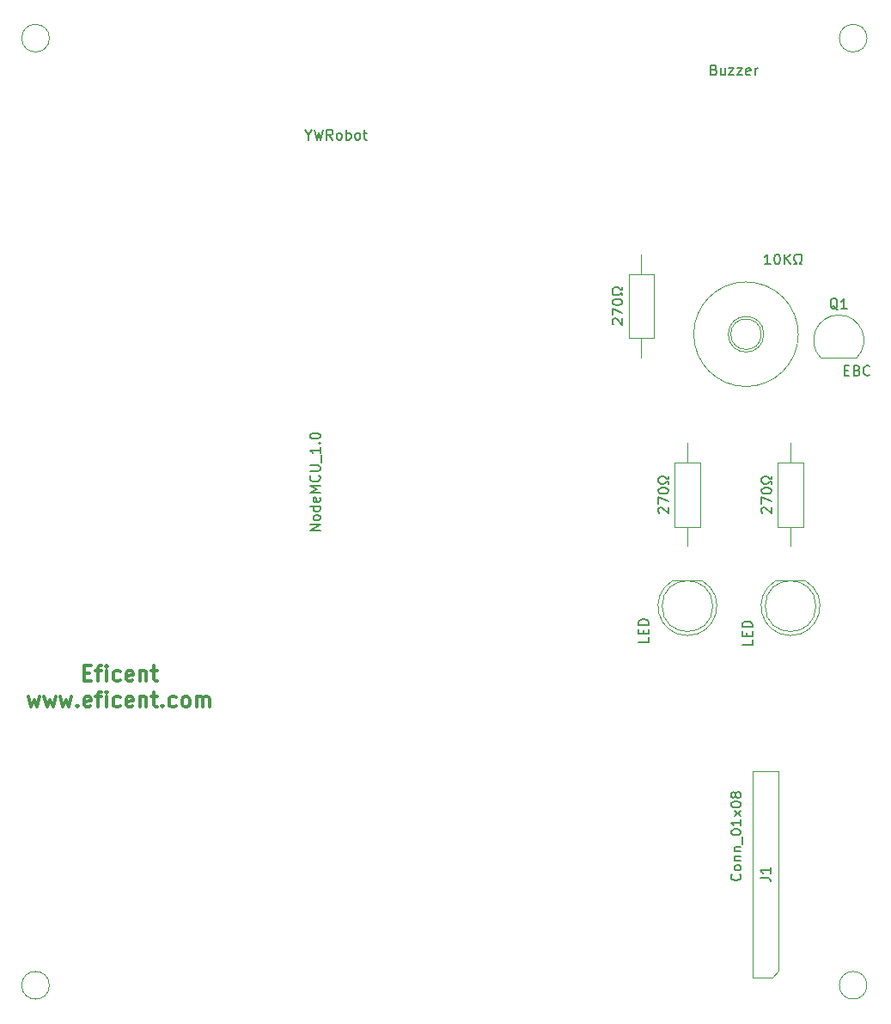
<source format=gbr>
G04 #@! TF.FileFunction,Other,Fab,Top*
%FSLAX46Y46*%
G04 Gerber Fmt 4.6, Leading zero omitted, Abs format (unit mm)*
G04 Created by KiCad (PCBNEW 4.0.7-e2-6376~58~ubuntu16.04.1) date Fri Mar  9 08:47:09 2018*
%MOMM*%
%LPD*%
G01*
G04 APERTURE LIST*
%ADD10C,0.100000*%
%ADD11C,0.300000*%
%ADD12C,0.150000*%
G04 APERTURE END LIST*
D10*
D11*
X119436000Y-123839857D02*
X119936000Y-123839857D01*
X120150286Y-124625571D02*
X119436000Y-124625571D01*
X119436000Y-123125571D01*
X120150286Y-123125571D01*
X120578857Y-123625571D02*
X121150286Y-123625571D01*
X120793143Y-124625571D02*
X120793143Y-123339857D01*
X120864571Y-123197000D01*
X121007429Y-123125571D01*
X121150286Y-123125571D01*
X121650286Y-124625571D02*
X121650286Y-123625571D01*
X121650286Y-123125571D02*
X121578857Y-123197000D01*
X121650286Y-123268429D01*
X121721714Y-123197000D01*
X121650286Y-123125571D01*
X121650286Y-123268429D01*
X123007429Y-124554143D02*
X122864572Y-124625571D01*
X122578858Y-124625571D01*
X122436000Y-124554143D01*
X122364572Y-124482714D01*
X122293143Y-124339857D01*
X122293143Y-123911286D01*
X122364572Y-123768429D01*
X122436000Y-123697000D01*
X122578858Y-123625571D01*
X122864572Y-123625571D01*
X123007429Y-123697000D01*
X124221714Y-124554143D02*
X124078857Y-124625571D01*
X123793143Y-124625571D01*
X123650286Y-124554143D01*
X123578857Y-124411286D01*
X123578857Y-123839857D01*
X123650286Y-123697000D01*
X123793143Y-123625571D01*
X124078857Y-123625571D01*
X124221714Y-123697000D01*
X124293143Y-123839857D01*
X124293143Y-123982714D01*
X123578857Y-124125571D01*
X124936000Y-123625571D02*
X124936000Y-124625571D01*
X124936000Y-123768429D02*
X125007428Y-123697000D01*
X125150286Y-123625571D01*
X125364571Y-123625571D01*
X125507428Y-123697000D01*
X125578857Y-123839857D01*
X125578857Y-124625571D01*
X126078857Y-123625571D02*
X126650286Y-123625571D01*
X126293143Y-123125571D02*
X126293143Y-124411286D01*
X126364571Y-124554143D01*
X126507429Y-124625571D01*
X126650286Y-124625571D01*
X113936000Y-126175571D02*
X114221714Y-127175571D01*
X114507428Y-126461286D01*
X114793143Y-127175571D01*
X115078857Y-126175571D01*
X115507429Y-126175571D02*
X115793143Y-127175571D01*
X116078857Y-126461286D01*
X116364572Y-127175571D01*
X116650286Y-126175571D01*
X117078858Y-126175571D02*
X117364572Y-127175571D01*
X117650286Y-126461286D01*
X117936001Y-127175571D01*
X118221715Y-126175571D01*
X118793144Y-127032714D02*
X118864572Y-127104143D01*
X118793144Y-127175571D01*
X118721715Y-127104143D01*
X118793144Y-127032714D01*
X118793144Y-127175571D01*
X120078858Y-127104143D02*
X119936001Y-127175571D01*
X119650287Y-127175571D01*
X119507430Y-127104143D01*
X119436001Y-126961286D01*
X119436001Y-126389857D01*
X119507430Y-126247000D01*
X119650287Y-126175571D01*
X119936001Y-126175571D01*
X120078858Y-126247000D01*
X120150287Y-126389857D01*
X120150287Y-126532714D01*
X119436001Y-126675571D01*
X120578858Y-126175571D02*
X121150287Y-126175571D01*
X120793144Y-127175571D02*
X120793144Y-125889857D01*
X120864572Y-125747000D01*
X121007430Y-125675571D01*
X121150287Y-125675571D01*
X121650287Y-127175571D02*
X121650287Y-126175571D01*
X121650287Y-125675571D02*
X121578858Y-125747000D01*
X121650287Y-125818429D01*
X121721715Y-125747000D01*
X121650287Y-125675571D01*
X121650287Y-125818429D01*
X123007430Y-127104143D02*
X122864573Y-127175571D01*
X122578859Y-127175571D01*
X122436001Y-127104143D01*
X122364573Y-127032714D01*
X122293144Y-126889857D01*
X122293144Y-126461286D01*
X122364573Y-126318429D01*
X122436001Y-126247000D01*
X122578859Y-126175571D01*
X122864573Y-126175571D01*
X123007430Y-126247000D01*
X124221715Y-127104143D02*
X124078858Y-127175571D01*
X123793144Y-127175571D01*
X123650287Y-127104143D01*
X123578858Y-126961286D01*
X123578858Y-126389857D01*
X123650287Y-126247000D01*
X123793144Y-126175571D01*
X124078858Y-126175571D01*
X124221715Y-126247000D01*
X124293144Y-126389857D01*
X124293144Y-126532714D01*
X123578858Y-126675571D01*
X124936001Y-126175571D02*
X124936001Y-127175571D01*
X124936001Y-126318429D02*
X125007429Y-126247000D01*
X125150287Y-126175571D01*
X125364572Y-126175571D01*
X125507429Y-126247000D01*
X125578858Y-126389857D01*
X125578858Y-127175571D01*
X126078858Y-126175571D02*
X126650287Y-126175571D01*
X126293144Y-125675571D02*
X126293144Y-126961286D01*
X126364572Y-127104143D01*
X126507430Y-127175571D01*
X126650287Y-127175571D01*
X127150287Y-127032714D02*
X127221715Y-127104143D01*
X127150287Y-127175571D01*
X127078858Y-127104143D01*
X127150287Y-127032714D01*
X127150287Y-127175571D01*
X128507430Y-127104143D02*
X128364573Y-127175571D01*
X128078859Y-127175571D01*
X127936001Y-127104143D01*
X127864573Y-127032714D01*
X127793144Y-126889857D01*
X127793144Y-126461286D01*
X127864573Y-126318429D01*
X127936001Y-126247000D01*
X128078859Y-126175571D01*
X128364573Y-126175571D01*
X128507430Y-126247000D01*
X129364573Y-127175571D02*
X129221715Y-127104143D01*
X129150287Y-127032714D01*
X129078858Y-126889857D01*
X129078858Y-126461286D01*
X129150287Y-126318429D01*
X129221715Y-126247000D01*
X129364573Y-126175571D01*
X129578858Y-126175571D01*
X129721715Y-126247000D01*
X129793144Y-126318429D01*
X129864573Y-126461286D01*
X129864573Y-126889857D01*
X129793144Y-127032714D01*
X129721715Y-127104143D01*
X129578858Y-127175571D01*
X129364573Y-127175571D01*
X130507430Y-127175571D02*
X130507430Y-126175571D01*
X130507430Y-126318429D02*
X130578858Y-126247000D01*
X130721716Y-126175571D01*
X130936001Y-126175571D01*
X131078858Y-126247000D01*
X131150287Y-126389857D01*
X131150287Y-127175571D01*
X131150287Y-126389857D02*
X131221716Y-126247000D01*
X131364573Y-126175571D01*
X131578858Y-126175571D01*
X131721716Y-126247000D01*
X131793144Y-126389857D01*
X131793144Y-127175571D01*
D10*
X177422534Y-114746384D02*
G75*
G03X180361894Y-114746400I1469666J-2500016D01*
G01*
X181392200Y-117246400D02*
G75*
G03X181392200Y-117246400I-2500000J0D01*
G01*
X180361894Y-114746400D02*
X177422506Y-114746400D01*
X187582534Y-114746384D02*
G75*
G03X190521894Y-114746400I1469666J-2500016D01*
G01*
X191552200Y-117246400D02*
G75*
G03X191552200Y-117246400I-2500000J0D01*
G01*
X190521894Y-114746400D02*
X187582506Y-114746400D01*
X180116800Y-103123600D02*
X177616800Y-103123600D01*
X177616800Y-103123600D02*
X177616800Y-109423600D01*
X177616800Y-109423600D02*
X180116800Y-109423600D01*
X180116800Y-109423600D02*
X180116800Y-103123600D01*
X178866800Y-101193600D02*
X178866800Y-103123600D01*
X178866800Y-111353600D02*
X178866800Y-109423600D01*
X190276800Y-103123600D02*
X187776800Y-103123600D01*
X187776800Y-103123600D02*
X187776800Y-109423600D01*
X187776800Y-109423600D02*
X190276800Y-109423600D01*
X190276800Y-109423600D02*
X190276800Y-103123600D01*
X189026800Y-101193600D02*
X189026800Y-103123600D01*
X189026800Y-111353600D02*
X189026800Y-109423600D01*
X189816400Y-90471000D02*
G75*
G03X189816400Y-90471000I-5150000J0D01*
G01*
X186416400Y-90471000D02*
G75*
G03X186416400Y-90471000I-1750000J0D01*
G01*
X186166400Y-90471000D02*
G75*
G03X186166400Y-90471000I-1500000J0D01*
G01*
X116015747Y-61315600D02*
G75*
G03X116015747Y-61315600I-1360147J0D01*
G01*
X116015747Y-154584400D02*
G75*
G03X116015747Y-154584400I-1360147J0D01*
G01*
X196584547Y-154584400D02*
G75*
G03X196584547Y-154584400I-1360147J0D01*
G01*
X196584547Y-61315600D02*
G75*
G03X196584547Y-61315600I-1360147J0D01*
G01*
X175595600Y-84530800D02*
X173095600Y-84530800D01*
X173095600Y-84530800D02*
X173095600Y-90830800D01*
X173095600Y-90830800D02*
X175595600Y-90830800D01*
X175595600Y-90830800D02*
X175595600Y-84530800D01*
X174345600Y-82600800D02*
X174345600Y-84530800D01*
X174345600Y-92760800D02*
X174345600Y-90830800D01*
X192032000Y-92809000D02*
X195532000Y-92809000D01*
X195555625Y-92812625D02*
G75*
G03X193802000Y-88579000I-1753625J1753625D01*
G01*
X192048375Y-92812625D02*
G75*
G02X193802000Y-88579000I1753625J1753625D01*
G01*
X187248800Y-153822400D02*
X185343800Y-153822400D01*
X185343800Y-153822400D02*
X185343800Y-133502400D01*
X185343800Y-133502400D02*
X187883800Y-133502400D01*
X187883800Y-133502400D02*
X187883800Y-153187400D01*
X187883800Y-153187400D02*
X187248800Y-153822400D01*
D12*
X181497429Y-64429571D02*
X181640286Y-64477190D01*
X181687905Y-64524810D01*
X181735524Y-64620048D01*
X181735524Y-64762905D01*
X181687905Y-64858143D01*
X181640286Y-64905762D01*
X181545048Y-64953381D01*
X181164095Y-64953381D01*
X181164095Y-63953381D01*
X181497429Y-63953381D01*
X181592667Y-64001000D01*
X181640286Y-64048619D01*
X181687905Y-64143857D01*
X181687905Y-64239095D01*
X181640286Y-64334333D01*
X181592667Y-64381952D01*
X181497429Y-64429571D01*
X181164095Y-64429571D01*
X182592667Y-64286714D02*
X182592667Y-64953381D01*
X182164095Y-64286714D02*
X182164095Y-64810524D01*
X182211714Y-64905762D01*
X182306952Y-64953381D01*
X182449810Y-64953381D01*
X182545048Y-64905762D01*
X182592667Y-64858143D01*
X182973619Y-64286714D02*
X183497429Y-64286714D01*
X182973619Y-64953381D01*
X183497429Y-64953381D01*
X183783143Y-64286714D02*
X184306953Y-64286714D01*
X183783143Y-64953381D01*
X184306953Y-64953381D01*
X185068858Y-64905762D02*
X184973620Y-64953381D01*
X184783143Y-64953381D01*
X184687905Y-64905762D01*
X184640286Y-64810524D01*
X184640286Y-64429571D01*
X184687905Y-64334333D01*
X184783143Y-64286714D01*
X184973620Y-64286714D01*
X185068858Y-64334333D01*
X185116477Y-64429571D01*
X185116477Y-64524810D01*
X184640286Y-64620048D01*
X185545048Y-64953381D02*
X185545048Y-64286714D01*
X185545048Y-64477190D02*
X185592667Y-64381952D01*
X185640286Y-64334333D01*
X185735524Y-64286714D01*
X185830763Y-64286714D01*
X175077381Y-120327657D02*
X175077381Y-120803848D01*
X174077381Y-120803848D01*
X174553571Y-119994324D02*
X174553571Y-119660990D01*
X175077381Y-119518133D02*
X175077381Y-119994324D01*
X174077381Y-119994324D01*
X174077381Y-119518133D01*
X175077381Y-119089562D02*
X174077381Y-119089562D01*
X174077381Y-118851467D01*
X174125000Y-118708609D01*
X174220238Y-118613371D01*
X174315476Y-118565752D01*
X174505952Y-118518133D01*
X174648810Y-118518133D01*
X174839286Y-118565752D01*
X174934524Y-118613371D01*
X175029762Y-118708609D01*
X175077381Y-118851467D01*
X175077381Y-119089562D01*
X185288181Y-120556257D02*
X185288181Y-121032448D01*
X184288181Y-121032448D01*
X184764371Y-120222924D02*
X184764371Y-119889590D01*
X185288181Y-119746733D02*
X185288181Y-120222924D01*
X184288181Y-120222924D01*
X184288181Y-119746733D01*
X185288181Y-119318162D02*
X184288181Y-119318162D01*
X184288181Y-119080067D01*
X184335800Y-118937209D01*
X184431038Y-118841971D01*
X184526276Y-118794352D01*
X184716752Y-118746733D01*
X184859610Y-118746733D01*
X185050086Y-118794352D01*
X185145324Y-118841971D01*
X185240562Y-118937209D01*
X185288181Y-119080067D01*
X185288181Y-119318162D01*
X176104419Y-108083124D02*
X176056800Y-108035505D01*
X176009181Y-107940267D01*
X176009181Y-107702171D01*
X176056800Y-107606933D01*
X176104419Y-107559314D01*
X176199657Y-107511695D01*
X176294895Y-107511695D01*
X176437752Y-107559314D01*
X177009181Y-108130743D01*
X177009181Y-107511695D01*
X176009181Y-107178362D02*
X176009181Y-106511695D01*
X177009181Y-106940267D01*
X176009181Y-105940267D02*
X176009181Y-105845028D01*
X176056800Y-105749790D01*
X176104419Y-105702171D01*
X176199657Y-105654552D01*
X176390133Y-105606933D01*
X176628229Y-105606933D01*
X176818705Y-105654552D01*
X176913943Y-105702171D01*
X176961562Y-105749790D01*
X177009181Y-105845028D01*
X177009181Y-105940267D01*
X176961562Y-106035505D01*
X176913943Y-106083124D01*
X176818705Y-106130743D01*
X176628229Y-106178362D01*
X176390133Y-106178362D01*
X176199657Y-106130743D01*
X176104419Y-106083124D01*
X176056800Y-106035505D01*
X176009181Y-105940267D01*
X177009181Y-105225981D02*
X177009181Y-104987886D01*
X176818705Y-104987886D01*
X176771086Y-105083124D01*
X176675848Y-105178362D01*
X176532990Y-105225981D01*
X176294895Y-105225981D01*
X176152038Y-105178362D01*
X176056800Y-105083124D01*
X176009181Y-104940267D01*
X176009181Y-104749790D01*
X176056800Y-104606933D01*
X176152038Y-104511695D01*
X176294895Y-104464076D01*
X176532990Y-104464076D01*
X176675848Y-104511695D01*
X176771086Y-104606933D01*
X176818705Y-104702171D01*
X177009181Y-104702171D01*
X177009181Y-104464076D01*
X186264419Y-108083124D02*
X186216800Y-108035505D01*
X186169181Y-107940267D01*
X186169181Y-107702171D01*
X186216800Y-107606933D01*
X186264419Y-107559314D01*
X186359657Y-107511695D01*
X186454895Y-107511695D01*
X186597752Y-107559314D01*
X187169181Y-108130743D01*
X187169181Y-107511695D01*
X186169181Y-107178362D02*
X186169181Y-106511695D01*
X187169181Y-106940267D01*
X186169181Y-105940267D02*
X186169181Y-105845028D01*
X186216800Y-105749790D01*
X186264419Y-105702171D01*
X186359657Y-105654552D01*
X186550133Y-105606933D01*
X186788229Y-105606933D01*
X186978705Y-105654552D01*
X187073943Y-105702171D01*
X187121562Y-105749790D01*
X187169181Y-105845028D01*
X187169181Y-105940267D01*
X187121562Y-106035505D01*
X187073943Y-106083124D01*
X186978705Y-106130743D01*
X186788229Y-106178362D01*
X186550133Y-106178362D01*
X186359657Y-106130743D01*
X186264419Y-106083124D01*
X186216800Y-106035505D01*
X186169181Y-105940267D01*
X187169181Y-105225981D02*
X187169181Y-104987886D01*
X186978705Y-104987886D01*
X186931086Y-105083124D01*
X186835848Y-105178362D01*
X186692990Y-105225981D01*
X186454895Y-105225981D01*
X186312038Y-105178362D01*
X186216800Y-105083124D01*
X186169181Y-104940267D01*
X186169181Y-104749790D01*
X186216800Y-104606933D01*
X186312038Y-104511695D01*
X186454895Y-104464076D01*
X186692990Y-104464076D01*
X186835848Y-104511695D01*
X186931086Y-104606933D01*
X186978705Y-104702171D01*
X187169181Y-104702171D01*
X187169181Y-104464076D01*
X142692381Y-109814714D02*
X141692381Y-109814714D01*
X142692381Y-109243285D01*
X141692381Y-109243285D01*
X142692381Y-108624238D02*
X142644762Y-108719476D01*
X142597143Y-108767095D01*
X142501905Y-108814714D01*
X142216190Y-108814714D01*
X142120952Y-108767095D01*
X142073333Y-108719476D01*
X142025714Y-108624238D01*
X142025714Y-108481380D01*
X142073333Y-108386142D01*
X142120952Y-108338523D01*
X142216190Y-108290904D01*
X142501905Y-108290904D01*
X142597143Y-108338523D01*
X142644762Y-108386142D01*
X142692381Y-108481380D01*
X142692381Y-108624238D01*
X142692381Y-107433761D02*
X141692381Y-107433761D01*
X142644762Y-107433761D02*
X142692381Y-107528999D01*
X142692381Y-107719476D01*
X142644762Y-107814714D01*
X142597143Y-107862333D01*
X142501905Y-107909952D01*
X142216190Y-107909952D01*
X142120952Y-107862333D01*
X142073333Y-107814714D01*
X142025714Y-107719476D01*
X142025714Y-107528999D01*
X142073333Y-107433761D01*
X142644762Y-106576618D02*
X142692381Y-106671856D01*
X142692381Y-106862333D01*
X142644762Y-106957571D01*
X142549524Y-107005190D01*
X142168571Y-107005190D01*
X142073333Y-106957571D01*
X142025714Y-106862333D01*
X142025714Y-106671856D01*
X142073333Y-106576618D01*
X142168571Y-106528999D01*
X142263810Y-106528999D01*
X142359048Y-107005190D01*
X142692381Y-106100428D02*
X141692381Y-106100428D01*
X142406667Y-105767094D01*
X141692381Y-105433761D01*
X142692381Y-105433761D01*
X142597143Y-104386142D02*
X142644762Y-104433761D01*
X142692381Y-104576618D01*
X142692381Y-104671856D01*
X142644762Y-104814714D01*
X142549524Y-104909952D01*
X142454286Y-104957571D01*
X142263810Y-105005190D01*
X142120952Y-105005190D01*
X141930476Y-104957571D01*
X141835238Y-104909952D01*
X141740000Y-104814714D01*
X141692381Y-104671856D01*
X141692381Y-104576618D01*
X141740000Y-104433761D01*
X141787619Y-104386142D01*
X141692381Y-103957571D02*
X142501905Y-103957571D01*
X142597143Y-103909952D01*
X142644762Y-103862333D01*
X142692381Y-103767095D01*
X142692381Y-103576618D01*
X142644762Y-103481380D01*
X142597143Y-103433761D01*
X142501905Y-103386142D01*
X141692381Y-103386142D01*
X142787619Y-103148047D02*
X142787619Y-102386142D01*
X142692381Y-101624237D02*
X142692381Y-102195666D01*
X142692381Y-101909952D02*
X141692381Y-101909952D01*
X141835238Y-102005190D01*
X141930476Y-102100428D01*
X141978095Y-102195666D01*
X142597143Y-101195666D02*
X142644762Y-101148047D01*
X142692381Y-101195666D01*
X142644762Y-101243285D01*
X142597143Y-101195666D01*
X142692381Y-101195666D01*
X141692381Y-100529000D02*
X141692381Y-100433761D01*
X141740000Y-100338523D01*
X141787619Y-100290904D01*
X141882857Y-100243285D01*
X142073333Y-100195666D01*
X142311429Y-100195666D01*
X142501905Y-100243285D01*
X142597143Y-100290904D01*
X142644762Y-100338523D01*
X142692381Y-100433761D01*
X142692381Y-100529000D01*
X142644762Y-100624238D01*
X142597143Y-100671857D01*
X142501905Y-100719476D01*
X142311429Y-100767095D01*
X142073333Y-100767095D01*
X141882857Y-100719476D01*
X141787619Y-100671857D01*
X141740000Y-100624238D01*
X141692381Y-100529000D01*
X187079096Y-83586581D02*
X186507667Y-83586581D01*
X186793381Y-83586581D02*
X186793381Y-82586581D01*
X186698143Y-82729438D01*
X186602905Y-82824676D01*
X186507667Y-82872295D01*
X187698143Y-82586581D02*
X187793382Y-82586581D01*
X187888620Y-82634200D01*
X187936239Y-82681819D01*
X187983858Y-82777057D01*
X188031477Y-82967533D01*
X188031477Y-83205629D01*
X187983858Y-83396105D01*
X187936239Y-83491343D01*
X187888620Y-83538962D01*
X187793382Y-83586581D01*
X187698143Y-83586581D01*
X187602905Y-83538962D01*
X187555286Y-83491343D01*
X187507667Y-83396105D01*
X187460048Y-83205629D01*
X187460048Y-82967533D01*
X187507667Y-82777057D01*
X187555286Y-82681819D01*
X187602905Y-82634200D01*
X187698143Y-82586581D01*
X188460048Y-83586581D02*
X188460048Y-82586581D01*
X189031477Y-83586581D02*
X188602905Y-83015152D01*
X189031477Y-82586581D02*
X188460048Y-83158010D01*
X189412429Y-83586581D02*
X189650524Y-83586581D01*
X189650524Y-83396105D01*
X189555286Y-83348486D01*
X189460048Y-83253248D01*
X189412429Y-83110390D01*
X189412429Y-82872295D01*
X189460048Y-82729438D01*
X189555286Y-82634200D01*
X189698143Y-82586581D01*
X189888620Y-82586581D01*
X190031477Y-82634200D01*
X190126715Y-82729438D01*
X190174334Y-82872295D01*
X190174334Y-83110390D01*
X190126715Y-83253248D01*
X190031477Y-83348486D01*
X189936239Y-83396105D01*
X189936239Y-83586581D01*
X190174334Y-83586581D01*
X171583219Y-89490324D02*
X171535600Y-89442705D01*
X171487981Y-89347467D01*
X171487981Y-89109371D01*
X171535600Y-89014133D01*
X171583219Y-88966514D01*
X171678457Y-88918895D01*
X171773695Y-88918895D01*
X171916552Y-88966514D01*
X172487981Y-89537943D01*
X172487981Y-88918895D01*
X171487981Y-88585562D02*
X171487981Y-87918895D01*
X172487981Y-88347467D01*
X171487981Y-87347467D02*
X171487981Y-87252228D01*
X171535600Y-87156990D01*
X171583219Y-87109371D01*
X171678457Y-87061752D01*
X171868933Y-87014133D01*
X172107029Y-87014133D01*
X172297505Y-87061752D01*
X172392743Y-87109371D01*
X172440362Y-87156990D01*
X172487981Y-87252228D01*
X172487981Y-87347467D01*
X172440362Y-87442705D01*
X172392743Y-87490324D01*
X172297505Y-87537943D01*
X172107029Y-87585562D01*
X171868933Y-87585562D01*
X171678457Y-87537943D01*
X171583219Y-87490324D01*
X171535600Y-87442705D01*
X171487981Y-87347467D01*
X172487981Y-86633181D02*
X172487981Y-86395086D01*
X172297505Y-86395086D01*
X172249886Y-86490324D01*
X172154648Y-86585562D01*
X172011790Y-86633181D01*
X171773695Y-86633181D01*
X171630838Y-86585562D01*
X171535600Y-86490324D01*
X171487981Y-86347467D01*
X171487981Y-86156990D01*
X171535600Y-86014133D01*
X171630838Y-85918895D01*
X171773695Y-85871276D01*
X172011790Y-85871276D01*
X172154648Y-85918895D01*
X172249886Y-86014133D01*
X172297505Y-86109371D01*
X172487981Y-86109371D01*
X172487981Y-85871276D01*
X194365714Y-94035571D02*
X194699048Y-94035571D01*
X194841905Y-94559381D02*
X194365714Y-94559381D01*
X194365714Y-93559381D01*
X194841905Y-93559381D01*
X195603810Y-94035571D02*
X195746667Y-94083190D01*
X195794286Y-94130810D01*
X195841905Y-94226048D01*
X195841905Y-94368905D01*
X195794286Y-94464143D01*
X195746667Y-94511762D01*
X195651429Y-94559381D01*
X195270476Y-94559381D01*
X195270476Y-93559381D01*
X195603810Y-93559381D01*
X195699048Y-93607000D01*
X195746667Y-93654619D01*
X195794286Y-93749857D01*
X195794286Y-93845095D01*
X195746667Y-93940333D01*
X195699048Y-93987952D01*
X195603810Y-94035571D01*
X195270476Y-94035571D01*
X196841905Y-94464143D02*
X196794286Y-94511762D01*
X196651429Y-94559381D01*
X196556191Y-94559381D01*
X196413333Y-94511762D01*
X196318095Y-94416524D01*
X196270476Y-94321286D01*
X196222857Y-94130810D01*
X196222857Y-93987952D01*
X196270476Y-93797476D01*
X196318095Y-93702238D01*
X196413333Y-93607000D01*
X196556191Y-93559381D01*
X196651429Y-93559381D01*
X196794286Y-93607000D01*
X196841905Y-93654619D01*
X193706762Y-88046619D02*
X193611524Y-87999000D01*
X193516286Y-87903762D01*
X193373429Y-87760905D01*
X193278190Y-87713286D01*
X193182952Y-87713286D01*
X193230571Y-87951381D02*
X193135333Y-87903762D01*
X193040095Y-87808524D01*
X192992476Y-87618048D01*
X192992476Y-87284714D01*
X193040095Y-87094238D01*
X193135333Y-86999000D01*
X193230571Y-86951381D01*
X193421048Y-86951381D01*
X193516286Y-86999000D01*
X193611524Y-87094238D01*
X193659143Y-87284714D01*
X193659143Y-87618048D01*
X193611524Y-87808524D01*
X193516286Y-87903762D01*
X193421048Y-87951381D01*
X193230571Y-87951381D01*
X194611524Y-87951381D02*
X194040095Y-87951381D01*
X194325809Y-87951381D02*
X194325809Y-86951381D01*
X194230571Y-87094238D01*
X194135333Y-87189476D01*
X194040095Y-87237095D01*
X184075343Y-143641295D02*
X184122962Y-143688914D01*
X184170581Y-143831771D01*
X184170581Y-143927009D01*
X184122962Y-144069867D01*
X184027724Y-144165105D01*
X183932486Y-144212724D01*
X183742010Y-144260343D01*
X183599152Y-144260343D01*
X183408676Y-144212724D01*
X183313438Y-144165105D01*
X183218200Y-144069867D01*
X183170581Y-143927009D01*
X183170581Y-143831771D01*
X183218200Y-143688914D01*
X183265819Y-143641295D01*
X184170581Y-143069867D02*
X184122962Y-143165105D01*
X184075343Y-143212724D01*
X183980105Y-143260343D01*
X183694390Y-143260343D01*
X183599152Y-143212724D01*
X183551533Y-143165105D01*
X183503914Y-143069867D01*
X183503914Y-142927009D01*
X183551533Y-142831771D01*
X183599152Y-142784152D01*
X183694390Y-142736533D01*
X183980105Y-142736533D01*
X184075343Y-142784152D01*
X184122962Y-142831771D01*
X184170581Y-142927009D01*
X184170581Y-143069867D01*
X183503914Y-142307962D02*
X184170581Y-142307962D01*
X183599152Y-142307962D02*
X183551533Y-142260343D01*
X183503914Y-142165105D01*
X183503914Y-142022247D01*
X183551533Y-141927009D01*
X183646771Y-141879390D01*
X184170581Y-141879390D01*
X183503914Y-141403200D02*
X184170581Y-141403200D01*
X183599152Y-141403200D02*
X183551533Y-141355581D01*
X183503914Y-141260343D01*
X183503914Y-141117485D01*
X183551533Y-141022247D01*
X183646771Y-140974628D01*
X184170581Y-140974628D01*
X184265819Y-140736533D02*
X184265819Y-139974628D01*
X183170581Y-139546057D02*
X183170581Y-139450818D01*
X183218200Y-139355580D01*
X183265819Y-139307961D01*
X183361057Y-139260342D01*
X183551533Y-139212723D01*
X183789629Y-139212723D01*
X183980105Y-139260342D01*
X184075343Y-139307961D01*
X184122962Y-139355580D01*
X184170581Y-139450818D01*
X184170581Y-139546057D01*
X184122962Y-139641295D01*
X184075343Y-139688914D01*
X183980105Y-139736533D01*
X183789629Y-139784152D01*
X183551533Y-139784152D01*
X183361057Y-139736533D01*
X183265819Y-139688914D01*
X183218200Y-139641295D01*
X183170581Y-139546057D01*
X184170581Y-138260342D02*
X184170581Y-138831771D01*
X184170581Y-138546057D02*
X183170581Y-138546057D01*
X183313438Y-138641295D01*
X183408676Y-138736533D01*
X183456295Y-138831771D01*
X184170581Y-137927009D02*
X183503914Y-137403199D01*
X183503914Y-137927009D02*
X184170581Y-137403199D01*
X183170581Y-136831771D02*
X183170581Y-136736532D01*
X183218200Y-136641294D01*
X183265819Y-136593675D01*
X183361057Y-136546056D01*
X183551533Y-136498437D01*
X183789629Y-136498437D01*
X183980105Y-136546056D01*
X184075343Y-136593675D01*
X184122962Y-136641294D01*
X184170581Y-136736532D01*
X184170581Y-136831771D01*
X184122962Y-136927009D01*
X184075343Y-136974628D01*
X183980105Y-137022247D01*
X183789629Y-137069866D01*
X183551533Y-137069866D01*
X183361057Y-137022247D01*
X183265819Y-136974628D01*
X183218200Y-136927009D01*
X183170581Y-136831771D01*
X183599152Y-135927009D02*
X183551533Y-136022247D01*
X183503914Y-136069866D01*
X183408676Y-136117485D01*
X183361057Y-136117485D01*
X183265819Y-136069866D01*
X183218200Y-136022247D01*
X183170581Y-135927009D01*
X183170581Y-135736532D01*
X183218200Y-135641294D01*
X183265819Y-135593675D01*
X183361057Y-135546056D01*
X183408676Y-135546056D01*
X183503914Y-135593675D01*
X183551533Y-135641294D01*
X183599152Y-135736532D01*
X183599152Y-135927009D01*
X183646771Y-136022247D01*
X183694390Y-136069866D01*
X183789629Y-136117485D01*
X183980105Y-136117485D01*
X184075343Y-136069866D01*
X184122962Y-136022247D01*
X184170581Y-135927009D01*
X184170581Y-135736532D01*
X184122962Y-135641294D01*
X184075343Y-135593675D01*
X183980105Y-135546056D01*
X183789629Y-135546056D01*
X183694390Y-135593675D01*
X183646771Y-135641294D01*
X183599152Y-135736532D01*
X186066181Y-143995733D02*
X186780467Y-143995733D01*
X186923324Y-144043353D01*
X187018562Y-144138591D01*
X187066181Y-144281448D01*
X187066181Y-144376686D01*
X187066181Y-142995733D02*
X187066181Y-143567162D01*
X187066181Y-143281448D02*
X186066181Y-143281448D01*
X186209038Y-143376686D01*
X186304276Y-143471924D01*
X186351895Y-143567162D01*
X141557714Y-70842190D02*
X141557714Y-71318381D01*
X141224381Y-70318381D02*
X141557714Y-70842190D01*
X141891048Y-70318381D01*
X142129143Y-70318381D02*
X142367238Y-71318381D01*
X142557715Y-70604095D01*
X142748191Y-71318381D01*
X142986286Y-70318381D01*
X143938667Y-71318381D02*
X143605333Y-70842190D01*
X143367238Y-71318381D02*
X143367238Y-70318381D01*
X143748191Y-70318381D01*
X143843429Y-70366000D01*
X143891048Y-70413619D01*
X143938667Y-70508857D01*
X143938667Y-70651714D01*
X143891048Y-70746952D01*
X143843429Y-70794571D01*
X143748191Y-70842190D01*
X143367238Y-70842190D01*
X144510095Y-71318381D02*
X144414857Y-71270762D01*
X144367238Y-71223143D01*
X144319619Y-71127905D01*
X144319619Y-70842190D01*
X144367238Y-70746952D01*
X144414857Y-70699333D01*
X144510095Y-70651714D01*
X144652953Y-70651714D01*
X144748191Y-70699333D01*
X144795810Y-70746952D01*
X144843429Y-70842190D01*
X144843429Y-71127905D01*
X144795810Y-71223143D01*
X144748191Y-71270762D01*
X144652953Y-71318381D01*
X144510095Y-71318381D01*
X145272000Y-71318381D02*
X145272000Y-70318381D01*
X145272000Y-70699333D02*
X145367238Y-70651714D01*
X145557715Y-70651714D01*
X145652953Y-70699333D01*
X145700572Y-70746952D01*
X145748191Y-70842190D01*
X145748191Y-71127905D01*
X145700572Y-71223143D01*
X145652953Y-71270762D01*
X145557715Y-71318381D01*
X145367238Y-71318381D01*
X145272000Y-71270762D01*
X146319619Y-71318381D02*
X146224381Y-71270762D01*
X146176762Y-71223143D01*
X146129143Y-71127905D01*
X146129143Y-70842190D01*
X146176762Y-70746952D01*
X146224381Y-70699333D01*
X146319619Y-70651714D01*
X146462477Y-70651714D01*
X146557715Y-70699333D01*
X146605334Y-70746952D01*
X146652953Y-70842190D01*
X146652953Y-71127905D01*
X146605334Y-71223143D01*
X146557715Y-71270762D01*
X146462477Y-71318381D01*
X146319619Y-71318381D01*
X146938667Y-70651714D02*
X147319619Y-70651714D01*
X147081524Y-70318381D02*
X147081524Y-71175524D01*
X147129143Y-71270762D01*
X147224381Y-71318381D01*
X147319619Y-71318381D01*
M02*

</source>
